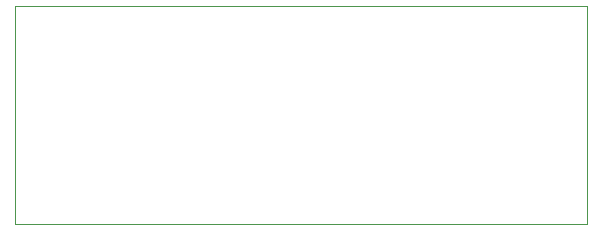
<source format=gbr>
%TF.GenerationSoftware,KiCad,Pcbnew,9.0.2*%
%TF.CreationDate,2025-06-20T16:19:37+01:00*%
%TF.ProjectId,FootSw,466f6f74-5377-42e6-9b69-6361645f7063,rev?*%
%TF.SameCoordinates,Original*%
%TF.FileFunction,Profile,NP*%
%FSLAX46Y46*%
G04 Gerber Fmt 4.6, Leading zero omitted, Abs format (unit mm)*
G04 Created by KiCad (PCBNEW 9.0.2) date 2025-06-20 16:19:37*
%MOMM*%
%LPD*%
G01*
G04 APERTURE LIST*
%TA.AperFunction,Profile*%
%ADD10C,0.050000*%
%TD*%
G04 APERTURE END LIST*
D10*
X54500000Y-49500000D02*
X103000000Y-49500000D01*
X103000000Y-68000000D01*
X54500000Y-68000000D01*
X54500000Y-49500000D01*
M02*

</source>
